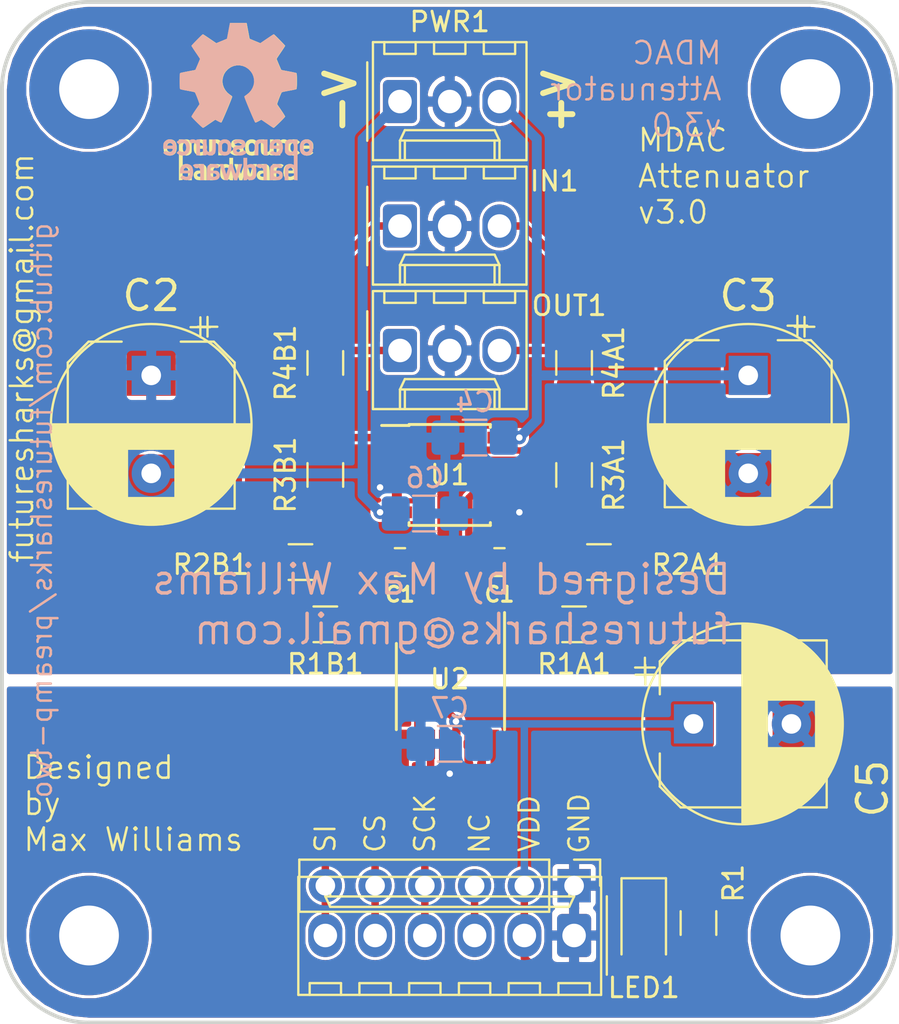
<source format=kicad_pcb>
(kicad_pcb (version 20171130) (host pcbnew "(5.1.10-1-10_14)")
  (layers (0 F.Cu signal) (31 B.Cu signal) (34 B.Paste user) (35 F.Paste user) (36 B.SilkS user) (37 F.SilkS user) (38 B.Mask user) (39 F.Mask user) (44 Edge.Cuts user))
  (net 0 "")
  (net 1 +15V)
  (net 2 GNDA)
  (net 3 -15V)
  (net 4 "Net-(IN1-Pad1)")
  (net 5 "Net-(R1A1-Pad1)")
  (net 6 "Net-(IN1-Pad3)")
  (net 7 "Net-(R1B1-Pad2)")
  (net 8 "Net-(C1A1-Pad2)")
  (net 9 "Net-(C1B1-Pad1)")
  (net 10 "Net-(R3A1-Pad1)")
  (net 11 "Net-(R3B1-Pad2)")
  (net 12 "Net-(OUT1-Pad1)")
  (net 13 "Net-(OUT1-Pad3)")
  (net 14 "Net-(C1A1-Pad1)")
  (net 15 "Net-(C1B1-Pad2)")
  (net 16 "Net-(J1-Pad3)")
  (net 17 VDD)
  (net 18 /MOSI)
  (net 19 /SCK)
  (net 20 /CS)
  (net 21 "Net-(LED1-Pad1)")
  (module Capacitor_SMD:C_0805_2012Metric_Pad1.15x1.40mm_HandSolder (layer F.Cu) (at 148.59 102.235)
    (fp_text reference C1A1 hide)
    (fp_text value 2pF)
    (pad 2 smd roundrect (at 1.025 0) (size 1.15 1.4) (layers F.Cu F.Paste F.Mask) (roundrect_rratio 0.2173904347826087) (net 8 "Net-(C1A1-Pad2)"))
    (pad 1 smd roundrect (at -1.025 0) (size 1.15 1.4) (layers F.Cu F.Paste F.Mask) (roundrect_rratio 0.2173904347826087) (net 14 "Net-(C1A1-Pad1)"))
  )
  (module Capacitor_SMD:C_0805_2012Metric_Pad1.15x1.40mm_HandSolder (layer F.Cu) (at 143.51 102.235)
    (fp_text reference C1B1 hide)
    (fp_text value 2pF)
    (pad 1 smd roundrect (at -1.025 0) (size 1.15 1.4) (layers F.Cu F.Paste F.Mask) (roundrect_rratio 0.2173904347826087) (net 9 "Net-(C1B1-Pad1)"))
    (pad 2 smd roundrect (at 1.025 0) (size 1.15 1.4) (layers F.Cu F.Paste F.Mask) (roundrect_rratio 0.2173904347826087) (net 15 "Net-(C1B1-Pad2)"))
  )
  (module Capacitor_SMD:C_1206_3216Metric_Pad1.42x1.75mm_HandSolder (layer B.Cu) (at 147.32 95.885 180)
    (fp_text reference C4 (at 0 1.82 180) (layer B.SilkS) (effects (justify mirror)))
    (fp_text value 100nF)
    (pad 1 smd roundrect (at -1.4875 0 180) (size 1.425 1.75) (layers B.Cu B.Paste B.Mask) (roundrect_rratio 0.1754385964912281) (net 1 +15V))
    (pad 2 smd roundrect (at 1.4875 0 180) (size 1.425 1.75) (layers B.Cu B.Paste B.Mask) (roundrect_rratio 0.1754385964912281) (net 2 GNDA))
  )
  (module Capacitor_SMD:C_1206_3216Metric_Pad1.42x1.75mm_HandSolder (layer B.Cu) (at 144.78 99.7585 180)
    (fp_text reference C6 (at 0 1.82 180) (layer B.SilkS) (effects (justify mirror)))
    (fp_text value 100nF)
    (pad 2 smd roundrect (at 1.4875 0 180) (size 1.425 1.75) (layers B.Cu B.Paste B.Mask) (roundrect_rratio 0.1754385964912281) (net 3 -15V))
    (pad 1 smd roundrect (at -1.4875 0 180) (size 1.425 1.75) (layers B.Cu B.Paste B.Mask) (roundrect_rratio 0.1754385964912281) (net 2 GNDA))
  )
  (module Capacitor_SMD:C_1206_3216Metric_Pad1.42x1.75mm_HandSolder (layer B.Cu) (at 146.05 111.506 180)
    (fp_text reference C7 (at 0 1.82 180) (layer B.SilkS) (effects (justify mirror)))
    (fp_text value 100nF)
    (pad 1 smd roundrect (at -1.4875 0 180) (size 1.425 1.75) (layers B.Cu B.Paste B.Mask) (roundrect_rratio 0.1754385964912281) (net 17 VDD))
    (pad 2 smd roundrect (at 1.4875 0 180) (size 1.425 1.75) (layers B.Cu B.Paste B.Mask) (roundrect_rratio 0.1754385964912281) (net 2 GNDA))
  )
  (module Capacitor_SMD:CP_Elec_8x10 (layer F.Cu) (at 161.036 110.49)
    (fp_text reference C5_SMD1 hide)
    (fp_text value CP)
    (pad 1 smd roundrect (at -3.25 0) (size 3.5 2.5) (layers F.Cu F.Paste F.Mask) (roundrect_rratio 0.1) (net 17 VDD))
    (pad 2 smd roundrect (at 3.25 0) (size 3.5 2.5) (layers F.Cu F.Paste F.Mask) (roundrect_rratio 0.1) (net 2 GNDA))
  )
  (module Symbol:OSHW-Logo_7.5x8mm_SilkScreen (layer B.Cu) (at 135.255 78.74 180)
    (fp_text reference LOGO1 hide)
    (fp_text value Logo_Open_Hardware_Small hide)
  )
  (module Symbol:OSHW-Logo_7.5x8mm_SilkScreen (layer F.Cu) (at 135.255 78.74)
    (fp_text reference LOGO2 hide)
    (fp_text value Logo_Open_Hardware_Small hide)
  )
  (module Resistor_SMD:R_1206_3216Metric_Pad1.42x1.75mm_HandSolder (layer F.Cu) (at 138.43 102.235)
    (fp_text reference R2B1 (at -4.572 0.127) (layer F.SilkS))
    (fp_text value 120R)
    (pad 1 smd roundrect (at -1.4875 0) (size 1.425 1.75) (layers F.Cu F.Paste F.Mask) (roundrect_rratio 0.1754385964912281) (net 2 GNDA))
    (pad 2 smd roundrect (at 1.4875 0) (size 1.425 1.75) (layers F.Cu F.Paste F.Mask) (roundrect_rratio 0.1754385964912281) (net 9 "Net-(C1B1-Pad1)"))
  )
  (module Resistor_SMD:R_1206_3216Metric_Pad1.42x1.75mm_HandSolder (layer F.Cu) (at 153.67 102.235)
    (fp_text reference R2A1 (at 4.572 0.127) (layer F.SilkS))
    (fp_text value 120R)
    (pad 2 smd roundrect (at 1.4875 0) (size 1.425 1.75) (layers F.Cu F.Paste F.Mask) (roundrect_rratio 0.1754385964912281) (net 2 GNDA))
    (pad 1 smd roundrect (at -1.4875 0) (size 1.425 1.75) (layers F.Cu F.Paste F.Mask) (roundrect_rratio 0.1754385964912281) (net 8 "Net-(C1A1-Pad2)"))
  )
  (module Capacitor_THT:CP_Radial_D10.0mm_P5.00mm (layer F.Cu) (at 158.496 110.49)
    (fp_text reference C5_TH1 hide)
    (fp_text value CP)
    (pad 1 thru_hole rect (at 0 0) (size 2 2) (drill 1) (layers *.Cu *.Mask) (net 17 VDD))
    (pad 2 thru_hole circle (at 5 0) (size 2 2) (drill 1) (layers *.Cu *.Mask) (net 2 GNDA))
  )
  (module LED_SMD:LED_1206_3216Metric (layer F.Cu) (at 155.956 120.65 270)
    (fp_text reference LED1 (at 3.302 0) (layer F.SilkS))
    (fp_text value LED)
    (pad 1 smd roundrect (at -1.4 0 270) (size 1.25 1.75) (layers F.Cu F.Paste F.Mask) (roundrect_rratio 0.2) (net 21 "Net-(LED1-Pad1)"))
    (pad 2 smd roundrect (at 1.4 0 270) (size 1.25 1.75) (layers F.Cu F.Paste F.Mask) (roundrect_rratio 0.2) (net 17 VDD))
  )
  (module Connector_PinHeader_2.54mm:PinHeader_1x06_P2.54mm_Vertical (layer F.Cu) (at 152.4 118.745 270)
    (fp_text reference J2 hide)
    (fp_text value Conn_01x06_Male)
    (pad 1 thru_hole rect (at 0 0 270) (size 1.7 1.7) (drill 1) (layers *.Cu *.Mask) (net 2 GNDA))
    (pad 2 thru_hole oval (at 0 2.54 270) (size 1.7 1.7) (drill 1) (layers *.Cu *.Mask) (net 17 VDD))
    (pad 3 thru_hole oval (at 0 5.08 270) (size 1.7 1.7) (drill 1) (layers *.Cu *.Mask) (net 16 "Net-(J1-Pad3)"))
    (pad 4 thru_hole oval (at 0 7.62 270) (size 1.7 1.7) (drill 1) (layers *.Cu *.Mask) (net 19 /SCK))
    (pad 5 thru_hole oval (at 0 10.16 270) (size 1.7 1.7) (drill 1) (layers *.Cu *.Mask) (net 20 /CS))
    (pad 6 thru_hole oval (at 0 12.7 270) (size 1.7 1.7) (drill 1) (layers *.Cu *.Mask) (net 18 /MOSI))
  )
  (module Resistor_SMD:R_1206_3216Metric_Pad1.42x1.75mm_HandSolder (layer F.Cu) (at 158.75 120.65 270)
    (fp_text reference R1 (at -2.032 -1.778 270) (layer F.SilkS))
    (fp_text value R)
    (pad 1 smd roundrect (at -1.4875 0 270) (size 1.425 1.75) (layers F.Cu F.Paste F.Mask) (roundrect_rratio 0.1754385964912281) (net 21 "Net-(LED1-Pad1)"))
    (pad 2 smd roundrect (at 1.4875 0 270) (size 1.425 1.75) (layers F.Cu F.Paste F.Mask) (roundrect_rratio 0.1754385964912281) (net 2 GNDA))
  )
  (module Capacitor_SMD:CP_Elec_8x10 (layer F.Cu) (at 130.81 95.25 270)
    (fp_text reference C2_SMD1 hide)
    (fp_text value CP)
    (pad 1 smd rect (at -3.25 0 270) (size 3.5 2.5) (layers F.Cu F.Paste F.Mask) (net 2 GNDA))
    (pad 2 smd rect (at 3.25 0 270) (size 3.5 2.5) (layers F.Cu F.Paste F.Mask) (net 3 -15V))
  )
  (module Capacitor_THT:CP_Radial_D10.0mm_P5.00mm (layer F.Cu) (at 130.81 92.71 270)
    (fp_text reference C2_TH1 hide)
    (fp_text value CP)
    (pad 2 thru_hole circle (at 5 0 270) (size 2 2) (drill 1) (layers *.Cu *.Mask) (net 3 -15V))
    (pad 1 thru_hole rect (at 0 0 270) (size 2 2) (drill 1) (layers *.Cu *.Mask) (net 2 GNDA))
  )
  (module Capacitor_THT:CP_Radial_D10.0mm_P5.00mm (layer F.Cu) (at 161.29 92.71 270)
    (fp_text reference C3_TH1 hide)
    (fp_text value CP)
    (pad 1 thru_hole rect (at 0 0 270) (size 2 2) (drill 1) (layers *.Cu *.Mask) (net 1 +15V))
    (pad 2 thru_hole circle (at 5 0 270) (size 2 2) (drill 1) (layers *.Cu *.Mask) (net 2 GNDA))
  )
  (module Capacitor_SMD:CP_Elec_8x10 (layer F.Cu) (at 161.29 95.175 270)
    (fp_text reference C3_SMD1 hide)
    (fp_text value CP)
    (pad 1 smd rect (at -3.25 0 270) (size 3.5 2.5) (layers F.Cu F.Paste F.Mask) (net 1 +15V))
    (pad 2 smd rect (at 3.25 0 270) (size 3.5 2.5) (layers F.Cu F.Paste F.Mask) (net 2 GNDA))
  )
  (module Connector_Molex:Molex_KK-254_AE-6410-03A_1x03_P2.54mm_Vertical (layer F.Cu) (at 143.51 78.74)
    (fp_text reference PWR1 (at 2.54 -4.064) (layer F.SilkS))
    (fp_text value Conn_01x03_Male)
    (pad 1 thru_hole roundrect (at 0 0) (size 1.74 2.2) (drill 1.2) (layers *.Cu *.Mask) (roundrect_rratio 0.1436775862068966) (net 3 -15V))
    (pad 2 thru_hole oval (at 2.54 0) (size 1.74 2.2) (drill 1.2) (layers *.Cu *.Mask) (net 2 GNDA))
    (pad 3 thru_hole oval (at 5.08 0) (size 1.74 2.2) (drill 1.2) (layers *.Cu *.Mask) (net 1 +15V))
  )
  (module Connector_Molex:Molex_KK-254_AE-6410-03A_1x03_P2.54mm_Vertical (layer F.Cu) (at 143.51 91.44)
    (fp_text reference OUT1 (at 8.636 -2.286) (layer F.SilkS))
    (fp_text value Conn_01x03_Male)
    (pad 3 thru_hole oval (at 5.08 0) (size 1.74 2.2) (drill 1.2) (layers *.Cu *.Mask) (net 13 "Net-(OUT1-Pad3)"))
    (pad 2 thru_hole oval (at 2.54 0) (size 1.74 2.2) (drill 1.2) (layers *.Cu *.Mask) (net 2 GNDA))
    (pad 1 thru_hole roundrect (at 0 0) (size 1.74 2.2) (drill 1.2) (layers *.Cu *.Mask) (roundrect_rratio 0.1436775862068966) (net 12 "Net-(OUT1-Pad1)"))
  )
  (module Connector_Molex:Molex_KK-254_AE-6410-03A_1x03_P2.54mm_Vertical (layer F.Cu) (at 143.51 85.09)
    (fp_text reference IN1 (at 7.874 -2.286) (layer F.SilkS))
    (fp_text value Conn_01x03_Male)
    (pad 1 thru_hole roundrect (at 0 0) (size 1.74 2.2) (drill 1.2) (layers *.Cu *.Mask) (roundrect_rratio 0.1436775862068966) (net 4 "Net-(IN1-Pad1)"))
    (pad 2 thru_hole oval (at 2.54 0) (size 1.74 2.2) (drill 1.2) (layers *.Cu *.Mask) (net 2 GNDA))
    (pad 3 thru_hole oval (at 5.08 0) (size 1.74 2.2) (drill 1.2) (layers *.Cu *.Mask) (net 6 "Net-(IN1-Pad3)"))
  )
  (module Connector_Molex:Molex_KK-254_AE-6410-06A_1x06_P2.54mm_Vertical (layer F.Cu) (at 152.4 121.285 180)
    (fp_text reference J1 hide)
    (fp_text value Conn_01x06_Male)
    (pad 1 thru_hole roundrect (at 0 0 180) (size 1.74 2.2) (drill 1.2) (layers *.Cu *.Mask) (roundrect_rratio 0.1436775862068966) (net 2 GNDA))
    (pad 2 thru_hole oval (at 2.54 0 180) (size 1.74 2.2) (drill 1.2) (layers *.Cu *.Mask) (net 17 VDD))
    (pad 3 thru_hole oval (at 5.08 0 180) (size 1.74 2.2) (drill 1.2) (layers *.Cu *.Mask) (net 16 "Net-(J1-Pad3)"))
    (pad 4 thru_hole oval (at 7.62 0 180) (size 1.74 2.2) (drill 1.2) (layers *.Cu *.Mask) (net 19 /SCK))
    (pad 5 thru_hole oval (at 10.16 0 180) (size 1.74 2.2) (drill 1.2) (layers *.Cu *.Mask) (net 20 /CS))
    (pad 6 thru_hole oval (at 12.7 0 180) (size 1.74 2.2) (drill 1.2) (layers *.Cu *.Mask) (net 18 /MOSI))
  )
  (module MountingHole:MountingHole_3.2mm_M3_DIN965 (layer F.Cu) (at 127.635 78.105 90)
    (fp_text reference H4 hide)
    (fp_text value MountingHole)
    (pad 1 thru_hole circle (at 0 0 90) (size 6.1 6.1) (drill 3.05) (layers *.Cu *.Mask))
  )
  (module MountingHole:MountingHole_3.2mm_M3_DIN965 (layer F.Cu) (at 164.465 121.285 90)
    (fp_text reference H3 hide)
    (fp_text value MountingHole)
    (pad 1 thru_hole circle (at 0 0 90) (size 6.1 6.1) (drill 3.05) (layers *.Cu *.Mask))
  )
  (module MountingHole:MountingHole_3.2mm_M3_DIN965 (layer F.Cu) (at 164.465 78.105 90)
    (fp_text reference H2 hide)
    (fp_text value MountingHole)
    (pad 1 thru_hole circle (at 0 0 90) (size 6.1 6.1) (drill 3.05) (layers *.Cu *.Mask))
  )
  (module MountingHole:MountingHole_3.2mm_M3_DIN965 (layer F.Cu) (at 127.635 121.285 90)
    (fp_text reference H1 hide)
    (fp_text value MountingHole)
    (pad 1 thru_hole circle (at 0 0 90) (size 6.1 6.1) (drill 3.05) (layers *.Cu *.Mask))
  )
  (module Package_SO:SOIC-8_3.9x4.9mm_P1.27mm (layer F.Cu) (at 146.05 97.79)
    (fp_text reference U1 (at 0 0) (layer F.SilkS))
    (fp_text value AD8599)
    (pad 1 smd rect (at -2.7 -1.905) (size 1.55 0.6) (layers F.Cu F.Paste F.Mask) (net 11 "Net-(R3B1-Pad2)"))
    (pad 2 smd rect (at -2.7 -0.635) (size 1.55 0.6) (layers F.Cu F.Paste F.Mask) (net 15 "Net-(C1B1-Pad2)"))
    (pad 3 smd rect (at -2.7 0.635) (size 1.55 0.6) (layers F.Cu F.Paste F.Mask) (net 2 GNDA))
    (pad 4 smd rect (at -2.7 1.905) (size 1.55 0.6) (layers F.Cu F.Paste F.Mask) (net 3 -15V))
    (pad 5 smd rect (at 2.7 1.905) (size 1.55 0.6) (layers F.Cu F.Paste F.Mask) (net 2 GNDA))
    (pad 6 smd rect (at 2.7 0.635) (size 1.55 0.6) (layers F.Cu F.Paste F.Mask) (net 14 "Net-(C1A1-Pad1)"))
    (pad 7 smd rect (at 2.7 -0.635) (size 1.55 0.6) (layers F.Cu F.Paste F.Mask) (net 10 "Net-(R3A1-Pad1)"))
    (pad 8 smd rect (at 2.7 -1.905) (size 1.55 0.6) (layers F.Cu F.Paste F.Mask) (net 1 +15V))
  )
  (module Package_SO:TSSOP-16_4.4x5mm_P0.65mm (layer F.Cu) (at 146.05 108.585 270)
    (fp_text reference U2 (at -0.381 0) (layer F.SilkS))
    (fp_text value DAC8812ICPWG4)
    (pad 1 smd rect (at -2.95 -2.275 270) (size 1.5 0.45) (layers F.Cu F.Paste F.Mask) (net 8 "Net-(C1A1-Pad2)"))
    (pad 2 smd rect (at -2.95 -1.625 270) (size 1.5 0.45) (layers F.Cu F.Paste F.Mask) (net 5 "Net-(R1A1-Pad1)"))
    (pad 3 smd rect (at -2.95 -0.975 270) (size 1.5 0.45) (layers F.Cu F.Paste F.Mask) (net 14 "Net-(C1A1-Pad1)"))
    (pad 4 smd rect (at -2.95 -0.325 270) (size 1.5 0.45) (layers F.Cu F.Paste F.Mask) (net 2 GNDA))
    (pad 5 smd rect (at -2.95 0.325 270) (size 1.5 0.45) (layers F.Cu F.Paste F.Mask) (net 2 GNDA))
    (pad 6 smd rect (at -2.95 0.975 270) (size 1.5 0.45) (layers F.Cu F.Paste F.Mask) (net 15 "Net-(C1B1-Pad2)"))
    (pad 7 smd rect (at -2.95 1.625 270) (size 1.5 0.45) (layers F.Cu F.Paste F.Mask) (net 7 "Net-(R1B1-Pad2)"))
    (pad 8 smd rect (at -2.95 2.275 270) (size 1.5 0.45) (layers F.Cu F.Paste F.Mask) (net 9 "Net-(C1B1-Pad1)"))
    (pad 9 smd rect (at 2.95 2.275 270) (size 1.5 0.45) (layers F.Cu F.Paste F.Mask) (net 18 /MOSI))
    (pad 10 smd rect (at 2.95 1.625 270) (size 1.5 0.45) (layers F.Cu F.Paste F.Mask) (net 17 VDD))
    (pad 11 smd rect (at 2.95 0.975 270) (size 1.5 0.45) (layers F.Cu F.Paste F.Mask) (net 20 /CS))
    (pad 12 smd rect (at 2.95 0.325 270) (size 1.5 0.45) (layers F.Cu F.Paste F.Mask) (net 2 GNDA))
    (pad 13 smd rect (at 2.95 -0.325 270) (size 1.5 0.45) (layers F.Cu F.Paste F.Mask) (net 17 VDD))
    (pad 14 smd rect (at 2.95 -0.975 270) (size 1.5 0.45) (layers F.Cu F.Paste F.Mask) (net 2 GNDA))
    (pad 15 smd rect (at 2.95 -1.625 270) (size 1.5 0.45) (layers F.Cu F.Paste F.Mask) (net 2 GNDA))
    (pad 16 smd rect (at 2.95 -2.275 270) (size 1.5 0.45) (layers F.Cu F.Paste F.Mask) (net 19 /SCK))
  )
  (module Resistor_SMD:R_1206_3216Metric_Pad1.42x1.75mm_HandSolder (layer F.Cu) (at 139.7 92.075 270)
    (fp_text reference R4B1 (at 0 2.032 270) (layer F.SilkS))
    (fp_text value 120R)
    (pad 1 smd roundrect (at -1.4875 0 270) (size 1.425 1.75) (layers F.Cu F.Paste F.Mask) (roundrect_rratio 0.1754385964912281) (net 12 "Net-(OUT1-Pad1)"))
    (pad 2 smd roundrect (at 1.4875 0 270) (size 1.425 1.75) (layers F.Cu F.Paste F.Mask) (roundrect_rratio 0.1754385964912281) (net 11 "Net-(R3B1-Pad2)"))
  )
  (module Resistor_SMD:R_1206_3216Metric_Pad1.42x1.75mm_HandSolder (layer F.Cu) (at 152.4 92.075 270)
    (fp_text reference R4A1 (at 0 -2.032 270) (layer F.SilkS))
    (fp_text value 120R)
    (pad 2 smd roundrect (at 1.4875 0 270) (size 1.425 1.75) (layers F.Cu F.Paste F.Mask) (roundrect_rratio 0.1754385964912281) (net 10 "Net-(R3A1-Pad1)"))
    (pad 1 smd roundrect (at -1.4875 0 270) (size 1.425 1.75) (layers F.Cu F.Paste F.Mask) (roundrect_rratio 0.1754385964912281) (net 13 "Net-(OUT1-Pad3)"))
  )
  (module Resistor_SMD:R_1206_3216Metric_Pad1.42x1.75mm_HandSolder (layer F.Cu) (at 139.7 97.79 90)
    (fp_text reference R3B1 (at 0 -2.032 90) (layer F.SilkS))
    (fp_text value 360R)
    (pad 1 smd roundrect (at -1.4875 0 90) (size 1.425 1.75) (layers F.Cu F.Paste F.Mask) (roundrect_rratio 0.1754385964912281) (net 9 "Net-(C1B1-Pad1)"))
    (pad 2 smd roundrect (at 1.4875 0 90) (size 1.425 1.75) (layers F.Cu F.Paste F.Mask) (roundrect_rratio 0.1754385964912281) (net 11 "Net-(R3B1-Pad2)"))
  )
  (module Resistor_SMD:R_1206_3216Metric_Pad1.42x1.75mm_HandSolder (layer F.Cu) (at 152.4 97.79 270)
    (fp_text reference R3A1 (at 0 -2.032 270) (layer F.SilkS))
    (fp_text value 360R)
    (pad 2 smd roundrect (at 1.4875 0 270) (size 1.425 1.75) (layers F.Cu F.Paste F.Mask) (roundrect_rratio 0.1754385964912281) (net 8 "Net-(C1A1-Pad2)"))
    (pad 1 smd roundrect (at -1.4875 0 270) (size 1.425 1.75) (layers F.Cu F.Paste F.Mask) (roundrect_rratio 0.1754385964912281) (net 10 "Net-(R3A1-Pad1)"))
  )
  (module Resistor_SMD:R_1206_3216Metric_Pad1.42x1.75mm_HandSolder (layer F.Cu) (at 139.7 105.41)
    (fp_text reference R1B1 (at 0 2.032) (layer F.SilkS))
    (fp_text value 91R)
    (pad 1 smd roundrect (at -1.4875 0) (size 1.425 1.75) (layers F.Cu F.Paste F.Mask) (roundrect_rratio 0.1754385964912281) (net 4 "Net-(IN1-Pad1)"))
    (pad 2 smd roundrect (at 1.4875 0) (size 1.425 1.75) (layers F.Cu F.Paste F.Mask) (roundrect_rratio 0.1754385964912281) (net 7 "Net-(R1B1-Pad2)"))
  )
  (module Resistor_SMD:R_1206_3216Metric_Pad1.42x1.75mm_HandSolder (layer F.Cu) (at 152.4 105.41)
    (fp_text reference R1A1 (at 0 2.032) (layer F.SilkS))
    (fp_text value 91R)
    (pad 2 smd roundrect (at 1.4875 0) (size 1.425 1.75) (layers F.Cu F.Paste F.Mask) (roundrect_rratio 0.1754385964912281) (net 6 "Net-(IN1-Pad3)"))
    (pad 1 smd roundrect (at -1.4875 0) (size 1.425 1.75) (layers F.Cu F.Paste F.Mask) (roundrect_rratio 0.1754385964912281) (net 5 "Net-(R1A1-Pad1)"))
  )
  (gr_text "MDAC\nAttenuator\nv3.0" (at 160.02 78.105) (layer B.SilkS) (effects (font (size 1.143 1.143) (thickness 0.127)) (justify left mirror)))
  (gr_text "MDAC\nAttenuator\nv3.0" (at 155.575 82.55) (layer F.SilkS) (effects (font (size 1.143 1.143) (thickness 0.127)) (justify left)))
  (gr_text futuresharks@gmail.com (at 124.206 102.362 90) (layer F.SilkS) (effects (font (size 1.143 1.143) (thickness 0.127)) (justify left)))
  (gr_text "Designed\nby\nMax Williams" (at 124.206 114.554) (layer F.SilkS) (effects (font (size 1.143 1.143) (thickness 0.127)) (justify left)))
  (gr_text GND (at 152.654 115.57 90) (layer F.SilkS) (effects (font (size 1.016 1.016) (thickness 0.127))))
  (gr_text VDD (at 150.114 115.57 90) (layer F.SilkS) (effects (font (size 1.016 1.016) (thickness 0.127))))
  (gr_text NC (at 147.574 116.078 90) (layer F.SilkS) (effects (font (size 1.016 1.016) (thickness 0.127))))
  (gr_text SCK (at 144.78 115.57 90) (layer F.SilkS) (effects (font (size 1.016 1.016) (thickness 0.127))))
  (gr_text CS (at 142.24 116.078 90) (layer F.SilkS) (effects (font (size 1.016 1.016) (thickness 0.127))))
  (gr_text SI (at 139.7 116.332 90) (layer F.SilkS) (effects (font (size 1.016 1.016) (thickness 0.127))))
  (gr_text github.com/futuresharks/preamp-two (at 125.222 84.836 90) (layer B.SilkS) (effects (font (size 1.016 1.016) (thickness 0.127)) (justify left mirror)))
  (gr_text futuresharks@gmail.com (at 160.528 105.664) (layer B.SilkS) (effects (font (size 1.5 1.5) (thickness 0.1778)) (justify left mirror)))
  (gr_text "Designed by Max Williams" (at 160.528 103.124) (layer B.SilkS) (effects (font (size 1.5 1.5) (thickness 0.1778)) (justify left mirror)))
  (gr_text "-V\n" (at 140.462 78.74 90) (layer F.SilkS) (effects (font (size 1.5 1.5) (thickness 0.3))))
  (gr_text "+V\n" (at 151.638 78.74 90) (layer F.SilkS) (effects (font (size 1.5 1.5) (thickness 0.3))))
  (gr_text C1 (at 143.51 103.886) (layer F.SilkS) (effects (font (size 0.762 0.762) (thickness 0.16))))
  (gr_text C1 (at 148.59 103.886) (layer F.SilkS) (effects (font (size 0.762 0.762) (thickness 0.16))))
  (gr_text C5 (at 167.64 113.792 90) (layer F.SilkS) (effects (font (size 1.5 1.5) (thickness 0.2032))))
  (gr_text C2 (at 130.81 88.646) (layer F.SilkS) (effects (font (size 1.5 1.5) (thickness 0.2032))))
  (gr_text C3 (at 161.29 88.646) (layer F.SilkS) (effects (font (size 1.5 1.5) (thickness 0.2032))))
  (gr_arc (start 127.635 121.285) (end 123.19 121.285) (angle -90) (layer Edge.Cuts) (width 0.2))
  (gr_arc (start 164.465 121.285) (end 164.465 125.73) (angle -90) (layer Edge.Cuts) (width 0.2))
  (gr_arc (start 127.635 78.105) (end 127.635 73.66) (angle -90) (layer Edge.Cuts) (width 0.2))
  (gr_arc (start 164.465 78.105) (end 168.91 78.105) (angle -90) (layer Edge.Cuts) (width 0.2))
  (gr_line (start 164.465 125.73) (end 127.635 125.73) (layer Edge.Cuts) (width 0.2))
  (gr_line (start 168.91 78.105) (end 168.91 121.285) (layer Edge.Cuts) (width 0.2))
  (gr_line (start 127.635 73.66) (end 164.465 73.66) (layer Edge.Cuts) (width 0.2))
  (gr_line (start 123.19 121.285) (end 123.19 78.105) (layer Edge.Cuts) (width 0.2))
  (segment (start 161.29 92.71) (end 150.495 92.71) (width 0.508) (layer B.Cu) (net 1))
  (segment (start 148.8075 95.885) (end 149.606 95.885) (width 0.508) (layer B.Cu) (net 1))
  (segment (start 150.495 80.645) (end 148.59 78.74) (width 0.508) (layer B.Cu) (net 1))
  (segment (start 150.495 94.996) (end 150.495 80.645) (width 0.508) (layer B.Cu) (net 1))
  (segment (start 149.606 95.885) (end 150.495 94.996) (width 0.508) (layer B.Cu) (net 1))
  (via (at 149.606 95.885) (size 0.6858) (drill 0.3302) (layers F.Cu B.Cu) (net 1))
  (segment (start 149.606 95.885) (end 148.75 95.885) (width 0.508) (layer F.Cu) (net 1))
  (via (at 146.05 113.03) (size 0.6858) (drill 0.3302) (layers F.Cu B.Cu) (net 2))
  (segment (start 145.725 112.705) (end 146.05 113.03) (width 0.381) (layer F.Cu) (net 2))
  (segment (start 145.725 111.535) (end 145.725 112.705) (width 0.381) (layer F.Cu) (net 2))
  (segment (start 144.5625 111.5425) (end 144.5625 111.506) (width 0.381) (layer B.Cu) (net 2))
  (segment (start 146.05 107.442) (end 146.05 108.966) (width 0.762) (layer F.Cu) (net 2))
  (segment (start 146.05 108.966) (end 146.05 107.442) (width 0.762) (layer B.Cu) (net 2))
  (via (at 149.606 99.695) (size 0.6858) (drill 0.3302) (layers F.Cu B.Cu) (net 2))
  (via (at 142.494 98.425) (size 0.6858) (drill 0.3302) (layers F.Cu B.Cu) (net 2))
  (via (at 142.494 99.695) (size 0.6858) (drill 0.3302) (layers F.Cu B.Cu) (net 3))
  (segment (start 130.81 98.5) (end 130.81 97.71) (width 0.508) (layer F.Cu) (net 3))
  (segment (start 142.494 99.695) (end 143.2925 99.695) (width 0.508) (layer B.Cu) (net 3))
  (segment (start 141.605 97.79) (end 141.605 98.806) (width 0.508) (layer B.Cu) (net 3))
  (segment (start 141.525 97.71) (end 141.605 97.79) (width 0.508) (layer B.Cu) (net 3))
  (segment (start 130.81 97.71) (end 141.525 97.71) (width 0.508) (layer B.Cu) (net 3))
  (segment (start 141.605 80.645) (end 143.51 78.74) (width 0.508) (layer B.Cu) (net 3))
  (segment (start 141.605 98.806) (end 141.605 80.645) (width 0.508) (layer B.Cu) (net 3))
  (segment (start 142.494 99.695) (end 141.605 98.806) (width 0.508) (layer B.Cu) (net 3))
  (segment (start 142.494 99.695) (end 143.35 99.695) (width 0.508) (layer F.Cu) (net 3))
  (segment (start 142.24 85.09) (end 143.51 85.09) (width 0.381) (layer F.Cu) (net 4))
  (segment (start 135.255 103.505) (end 135.255 92.075) (width 0.381) (layer F.Cu) (net 4))
  (segment (start 135.255 92.075) (end 142.24 85.09) (width 0.381) (layer F.Cu) (net 4))
  (segment (start 137.16 105.41) (end 135.255 103.505) (width 0.381) (layer F.Cu) (net 4))
  (segment (start 138.2125 105.41) (end 137.16 105.41) (width 0.381) (layer F.Cu) (net 4))
  (segment (start 147.675 105) (end 147.675 106.019) (width 0.381) (layer F.Cu) (net 5))
  (segment (start 147.955 106.934) (end 149.3885 106.934) (width 0.381) (layer F.Cu) (net 5))
  (segment (start 149.3885 106.934) (end 150.9125 105.41) (width 0.381) (layer F.Cu) (net 5))
  (segment (start 147.675 106.654) (end 147.955 106.934) (width 0.381) (layer F.Cu) (net 5))
  (segment (start 147.675 105.635) (end 147.675 106.654) (width 0.381) (layer F.Cu) (net 5))
  (segment (start 149.86 85.09) (end 148.59 85.09) (width 0.381) (layer F.Cu) (net 6))
  (segment (start 156.845 92.075) (end 149.86 85.09) (width 0.381) (layer F.Cu) (net 6))
  (segment (start 154.94 105.41) (end 156.845 103.505) (width 0.381) (layer F.Cu) (net 6))
  (segment (start 156.845 103.505) (end 156.845 92.075) (width 0.381) (layer F.Cu) (net 6))
  (segment (start 153.8875 105.41) (end 154.94 105.41) (width 0.381) (layer F.Cu) (net 6))
  (segment (start 144.425 105) (end 144.425 106.019) (width 0.381) (layer F.Cu) (net 7))
  (segment (start 144.425 105.635) (end 144.425 106.654) (width 0.381) (layer F.Cu) (net 7))
  (segment (start 144.425 106.654) (end 144.145 106.934) (width 0.381) (layer F.Cu) (net 7))
  (segment (start 142.7115 106.934) (end 141.1875 105.41) (width 0.381) (layer F.Cu) (net 7))
  (segment (start 144.145 106.934) (end 142.7115 106.934) (width 0.381) (layer F.Cu) (net 7))
  (segment (start 149.615 102.235) (end 152.1825 102.235) (width 0.381) (layer F.Cu) (net 8))
  (segment (start 152.4 102.0175) (end 152.1825 102.235) (width 0.381) (layer F.Cu) (net 8))
  (segment (start 152.4 99.2775) (end 152.4 102.0175) (width 0.381) (layer F.Cu) (net 8))
  (segment (start 149.615 102.235) (end 149.615 102.48) (width 0.381) (layer F.Cu) (net 8))
  (segment (start 149.615 102.235) (end 149.615 102.607) (width 0.381) (layer F.Cu) (net 8))
  (segment (start 148.325 103.897) (end 148.325 105) (width 0.381) (layer F.Cu) (net 8))
  (segment (start 149.615 102.607) (end 148.325 103.897) (width 0.381) (layer F.Cu) (net 8))
  (segment (start 142.485 102.235) (end 139.9175 102.235) (width 0.381) (layer F.Cu) (net 9))
  (segment (start 139.7 102.0175) (end 139.9175 102.235) (width 0.381) (layer F.Cu) (net 9))
  (segment (start 139.7 99.2775) (end 139.7 102.0175) (width 0.381) (layer F.Cu) (net 9))
  (segment (start 142.485 102.235) (end 142.485 102.607) (width 0.381) (layer F.Cu) (net 9))
  (segment (start 143.775 103.897) (end 143.775 105) (width 0.381) (layer F.Cu) (net 9))
  (segment (start 142.485 102.607) (end 143.775 103.897) (width 0.381) (layer F.Cu) (net 9))
  (segment (start 152.4 96.3025) (end 152.4 93.5625) (width 0.381) (layer F.Cu) (net 10))
  (segment (start 151.5475 97.155) (end 152.4 96.3025) (width 0.381) (layer F.Cu) (net 10))
  (segment (start 148.75 97.155) (end 151.5475 97.155) (width 0.381) (layer F.Cu) (net 10))
  (segment (start 139.7 96.3025) (end 139.7 93.5625) (width 0.381) (layer F.Cu) (net 11))
  (segment (start 140.1175 95.885) (end 139.7 96.3025) (width 0.381) (layer F.Cu) (net 11))
  (segment (start 143.35 95.885) (end 140.1175 95.885) (width 0.381) (layer F.Cu) (net 11))
  (segment (start 140.5525 91.44) (end 139.7 90.5875) (width 0.381) (layer F.Cu) (net 12))
  (segment (start 143.51 91.44) (end 140.5525 91.44) (width 0.381) (layer F.Cu) (net 12))
  (segment (start 151.5475 91.44) (end 152.4 90.5875) (width 0.381) (layer F.Cu) (net 13))
  (segment (start 148.59 91.44) (end 151.5475 91.44) (width 0.381) (layer F.Cu) (net 13))
  (segment (start 147.025 105) (end 147.025 98.974) (width 0.381) (layer F.Cu) (net 14))
  (segment (start 147.574 98.425) (end 148.75 98.425) (width 0.381) (layer F.Cu) (net 14))
  (segment (start 147.025 98.974) (end 147.574 98.425) (width 0.381) (layer F.Cu) (net 14))
  (segment (start 147.025 102.775) (end 147.565 102.235) (width 0.381) (layer F.Cu) (net 14))
  (segment (start 147.025 105) (end 147.025 102.775) (width 0.381) (layer F.Cu) (net 14))
  (segment (start 145.075 105) (end 145.075 97.704) (width 0.381) (layer F.Cu) (net 15))
  (segment (start 144.526 97.155) (end 143.35 97.155) (width 0.381) (layer F.Cu) (net 15))
  (segment (start 145.075 97.704) (end 144.526 97.155) (width 0.381) (layer F.Cu) (net 15))
  (segment (start 145.075 102.775) (end 144.535 102.235) (width 0.381) (layer F.Cu) (net 15))
  (segment (start 145.075 105) (end 145.075 102.775) (width 0.381) (layer F.Cu) (net 15))
  (segment (start 147.32 118.745) (end 147.32 121.285) (width 0.381) (layer F.Cu) (net 16))
  (segment (start 149.86 118.745) (end 149.86 121.285) (width 0.381) (layer F.Cu) (net 17))
  (via (at 146.3675 110.363) (size 0.6858) (drill 0.3302) (layers F.Cu B.Cu) (net 17))
  (segment (start 147.5375 111.506) (end 147.5375 111.2155) (width 0.381) (layer B.Cu) (net 17))
  (segment (start 156.592 110.744) (end 156.846 110.49) (width 0.381) (layer F.Cu) (net 17))
  (segment (start 146.375 111.535) (end 146.375 110.3705) (width 0.381) (layer F.Cu) (net 17))
  (segment (start 146.375 110.3705) (end 146.3675 110.363) (width 0.381) (layer F.Cu) (net 17))
  (segment (start 144.425 111.535) (end 144.425 110.337) (width 0.381) (layer F.Cu) (net 17))
  (segment (start 144.425 110.337) (end 144.78 109.982) (width 0.381) (layer F.Cu) (net 17))
  (segment (start 144.78 109.982) (end 146.05 109.982) (width 0.381) (layer F.Cu) (net 17))
  (segment (start 146.05 109.982) (end 146.304 110.236) (width 0.381) (layer F.Cu) (net 17))
  (segment (start 147.5375 111.506) (end 147.5105 111.506) (width 0.381) (layer B.Cu) (net 17))
  (segment (start 147.5105 111.506) (end 146.3675 110.363) (width 0.381) (layer B.Cu) (net 17))
  (segment (start 149.86 118.745) (end 149.86 113.8285) (width 0.381) (layer B.Cu) (net 17))
  (segment (start 158.496 110.49) (end 146.558 110.49) (width 0.381) (layer B.Cu) (net 17))
  (segment (start 146.558 110.49) (end 146.304 110.236) (width 0.381) (layer B.Cu) (net 17))
  (segment (start 149.86 113.8285) (end 149.86 110.49) (width 0.381) (layer B.Cu) (net 17))
  (segment (start 149.86 121.285) (end 149.86 122.428) (width 0.381) (layer F.Cu) (net 17))
  (segment (start 149.86 122.428) (end 151.13 123.698) (width 0.381) (layer F.Cu) (net 17))
  (segment (start 154.308 123.698) (end 155.956 122.05) (width 0.381) (layer F.Cu) (net 17))
  (segment (start 151.13 123.698) (end 154.308 123.698) (width 0.381) (layer F.Cu) (net 17))
  (segment (start 143.775 111.535) (end 143.775 113.4) (width 0.381) (layer F.Cu) (net 18))
  (segment (start 139.7 117.475) (end 139.7 118.745) (width 0.381) (layer F.Cu) (net 18))
  (segment (start 143.775 113.4) (end 139.7 117.475) (width 0.381) (layer F.Cu) (net 18))
  (segment (start 139.7 118.745) (end 139.7 121.285) (width 0.381) (layer F.Cu) (net 18))
  (segment (start 148.325 111.535) (end 148.325 113.93) (width 0.381) (layer F.Cu) (net 19))
  (segment (start 144.78 117.475) (end 144.78 118.745) (width 0.381) (layer F.Cu) (net 19))
  (segment (start 148.325 113.93) (end 144.78 117.475) (width 0.381) (layer F.Cu) (net 19))
  (segment (start 144.78 118.745) (end 144.78 121.285) (width 0.381) (layer F.Cu) (net 19))
  (segment (start 145.075 111.535) (end 145.075 114.64) (width 0.381) (layer F.Cu) (net 20))
  (segment (start 142.24 117.475) (end 142.24 118.745) (width 0.381) (layer F.Cu) (net 20))
  (segment (start 145.075 114.64) (end 142.24 117.475) (width 0.381) (layer F.Cu) (net 20))
  (segment (start 142.24 121.285) (end 142.24 118.745) (width 0.381) (layer F.Cu) (net 20))
  (segment (start 158.6625 119.25) (end 158.75 119.1625) (width 0.381) (layer F.Cu) (net 21))
  (segment (start 155.956 119.25) (end 158.6625 119.25) (width 0.381) (layer F.Cu) (net 21))
  (zone (net 2) (net_name GNDA) (layer B.Cu) (connect_pads (clearance 0.1524)) (min_thickness 0.254) (fill yes (arc_segments 16) (thermal_gap 0.254) (thermal_bridge_width 0.508))
    (polygon (pts (xy 123.19 73.66) (xy 168.91 73.66) (xy 168.91 107.95) (xy 123.19 107.95)))
  )
  (zone (net 2) (net_name GNDA) (layer F.Cu) (connect_pads (clearance 0.1524)) (min_thickness 0.254) (fill yes (arc_segments 16) (thermal_gap 0.254) (thermal_bridge_width 0.508))
    (polygon (pts (xy 123.19 73.66) (xy 168.91 73.66) (xy 168.91 107.95) (xy 123.19 107.95)))
  )
  (zone (net 2) (net_name GNDA) (layer B.Cu) (connect_pads (clearance 0.1524)) (min_thickness 0.254) (fill yes (arc_segments 16) (thermal_gap 0.254) (thermal_bridge_width 0.508))
    (polygon (pts (xy 123.19 108.585) (xy 168.91 108.585) (xy 168.91 125.73) (xy 123.19 125.73)))
  )
  (zone (net 2) (net_name GNDA) (layer F.Cu) (connect_pads (clearance 0.1524)) (min_thickness 0.254) (fill yes (arc_segments 16) (thermal_gap 0.254) (thermal_bridge_width 0.508))
    (polygon (pts (xy 123.19 108.585) (xy 168.91 108.585) (xy 168.91 125.73) (xy 123.19 125.73)))
  )
)
</source>
